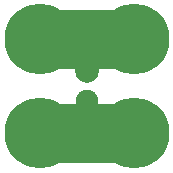
<source format=gbl>
%TF.GenerationSoftware,KiCad,Pcbnew,4.0.5-e0-6337~49~ubuntu16.04.1*%
%TF.CreationDate,2017-01-13T08:23:04-08:00*%
%TF.ProjectId,2x2-Generic-2.54mm-Pitch,3278322D47656E657269632D322E3534,1.0*%
%TF.FileFunction,Copper,L2,Bot,Signal*%
%FSLAX46Y46*%
G04 Gerber Fmt 4.6, Leading zero omitted, Abs format (unit mm)*
G04 Created by KiCad (PCBNEW 4.0.5-e0-6337~49~ubuntu16.04.1) date Fri Jan 13 08:23:04 2017*
%MOMM*%
%LPD*%
G01*
G04 APERTURE LIST*
%ADD10C,0.350000*%
%ADD11C,5.000000*%
%ADD12C,2.000000*%
%ADD13C,1.900000*%
%ADD14C,6.000000*%
%ADD15C,0.350000*%
G04 APERTURE END LIST*
D10*
D11*
X154558000Y-94235000D02*
X146558000Y-94235000D01*
X154558000Y-102235000D02*
X146558000Y-102235000D01*
D12*
X150558000Y-96965000D03*
D13*
X150558000Y-99505000D03*
D14*
X146558000Y-102235000D03*
X146558000Y-94235000D03*
X154558000Y-94235000D03*
X154558000Y-102235000D03*
D15*
X150558000Y-96965000D03*
X150558000Y-99505000D03*
X146558000Y-102235000D03*
X146558000Y-94235000D03*
X154558000Y-94235000D03*
X154558000Y-102235000D03*
M02*

</source>
